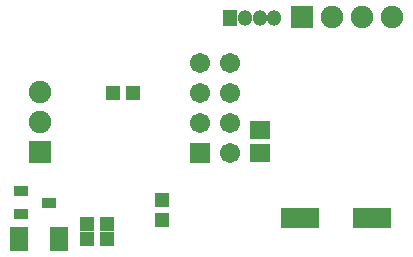
<source format=gbr>
G04 DipTrace 3.3.1.3*
G04 BottomMask.gbr*
%MOIN*%
G04 #@! TF.FileFunction,Soldermask,Bot*
G04 #@! TF.Part,Single*
%ADD59O,0.049213X0.05315*%
%ADD61R,0.049213X0.05315*%
%ADD63R,0.125984X0.066929*%
%ADD65C,0.074803*%
%ADD67R,0.074803X0.074803*%
%ADD69R,0.049213X0.033465*%
%ADD71C,0.067244*%
%ADD73R,0.067244X0.067244*%
%ADD75R,0.062992X0.07874*%
%ADD79R,0.066929X0.059055*%
%ADD81R,0.047244X0.051181*%
%ADD83R,0.051181X0.047244*%
%FSLAX26Y26*%
G04*
G70*
G90*
G75*
G01*
G04 BotMask*
%LPD*%
D81*
X935677Y619529D3*
Y552600D3*
D79*
X1260549Y778093D3*
Y852896D3*
D83*
X683730Y492033D3*
X750659D3*
D75*
X593038Y490377D3*
X459180D3*
D73*
X1060412Y778052D3*
D71*
X1160412Y1078052D3*
Y978052D3*
Y878052D3*
Y778052D3*
X1060412Y878052D3*
Y978052D3*
Y1078052D3*
D69*
X466303Y574438D3*
Y649241D3*
X556854Y611840D3*
D83*
X837928Y975600D3*
X770999D3*
X751787Y539134D3*
X684858D3*
D67*
X527479Y780333D3*
D65*
Y880333D3*
Y980333D3*
D67*
X1402024Y1230612D3*
D65*
X1502024D3*
X1602024D3*
X1702024D3*
D63*
X1395667Y561600D3*
X1633217D3*
D61*
X1162214Y1228508D3*
D59*
X1211427D3*
X1260639D3*
X1309852D3*
M02*

</source>
